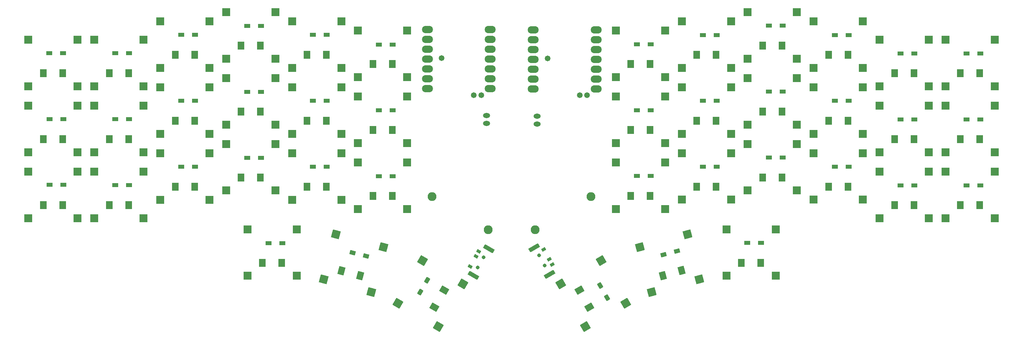
<source format=gbr>
%TF.GenerationSoftware,KiCad,Pcbnew,8.0.7*%
%TF.CreationDate,2025-01-03T21:23:36+01:00*%
%TF.ProjectId,_autosave-corne-xiao,5f617574-6f73-4617-9665-2d636f726e65,1.1*%
%TF.SameCoordinates,Original*%
%TF.FileFunction,Soldermask,Top*%
%TF.FilePolarity,Negative*%
%FSLAX46Y46*%
G04 Gerber Fmt 4.6, Leading zero omitted, Abs format (unit mm)*
G04 Created by KiCad (PCBNEW 8.0.7) date 2025-01-03 21:23:36*
%MOMM*%
%LPD*%
G01*
G04 APERTURE LIST*
G04 Aperture macros list*
%AMRoundRect*
0 Rectangle with rounded corners*
0 $1 Rounding radius*
0 $2 $3 $4 $5 $6 $7 $8 $9 X,Y pos of 4 corners*
0 Add a 4 corners polygon primitive as box body*
4,1,4,$2,$3,$4,$5,$6,$7,$8,$9,$2,$3,0*
0 Add four circle primitives for the rounded corners*
1,1,$1+$1,$2,$3*
1,1,$1+$1,$4,$5*
1,1,$1+$1,$6,$7*
1,1,$1+$1,$8,$9*
0 Add four rect primitives between the rounded corners*
20,1,$1+$1,$2,$3,$4,$5,0*
20,1,$1+$1,$4,$5,$6,$7,0*
20,1,$1+$1,$6,$7,$8,$9,0*
20,1,$1+$1,$8,$9,$2,$3,0*%
G04 Aperture macros list end*
%ADD10RoundRect,0.038000X0.700000X0.500000X-0.700000X0.500000X-0.700000X-0.500000X0.700000X-0.500000X0*%
%ADD11RoundRect,0.038000X0.805558X0.301790X-0.546739X0.664136X-0.805558X-0.301790X0.546739X-0.664136X0*%
%ADD12RoundRect,0.038000X-0.083013X0.856218X-0.783013X-0.356218X0.083013X-0.856218X0.783013X0.356218X0*%
%ADD13RoundRect,0.038000X-0.775000X-1.000000X0.775000X-1.000000X0.775000X1.000000X-0.775000X1.000000X0*%
%ADD14RoundRect,0.038000X-1.000000X-1.000000X1.000000X-1.000000X1.000000X1.000000X-1.000000X1.000000X0*%
%ADD15RoundRect,0.038000X-1.007412X-0.765341X0.489773X-1.166511X1.007412X0.765341X-0.489773X1.166511X0*%
%ADD16RoundRect,0.038000X-1.224745X-0.707107X0.707107X-1.224745X1.224745X0.707107X-0.707107X1.224745X0*%
%ADD17RoundRect,0.038000X0.478525X-1.171170X1.253525X0.171170X-0.478525X1.171170X-1.253525X-0.171170X0*%
%ADD18RoundRect,0.038000X0.366025X-1.366025X1.366025X0.366025X-0.366025X1.366025X-1.366025X-0.366025X0*%
%ADD19RoundRect,0.038000X-1.253525X0.171170X-0.478525X-1.171170X1.253525X-0.171170X0.478525X1.171170X0*%
%ADD20RoundRect,0.038000X-1.366025X0.366025X-0.366025X-1.366025X1.366025X-0.366025X0.366025X1.366025X0*%
%ADD21RoundRect,0.038000X-0.700000X-0.500000X0.700000X-0.500000X0.700000X0.500000X-0.700000X0.500000X0*%
%ADD22RoundRect,0.038000X-0.546739X-0.664136X0.805558X-0.301790X0.546739X0.664136X-0.805558X0.301790X0*%
%ADD23RoundRect,0.038000X-0.783013X0.356218X-0.083013X-0.856218X0.783013X-0.356218X0.083013X0.856218X0*%
%ADD24RoundRect,0.038000X-0.489773X-1.166511X1.007412X-0.765341X0.489773X1.166511X-1.007412X0.765341X0*%
%ADD25RoundRect,0.038000X-0.707107X-1.224745X1.224745X-0.707107X0.707107X1.224745X-1.224745X0.707107X0*%
%ADD26O,2.826000X1.876000*%
%ADD27C,1.473000*%
%ADD28C,0.976000*%
%ADD29RoundRect,0.038000X-0.258013X0.553109X-0.608013X-0.053109X0.258013X-0.553109X0.608013X0.053109X0*%
%ADD30RoundRect,0.038000X1.462436X-0.266987X-0.962436X1.133013X-1.462436X0.266987X0.962436X-1.133013X0*%
%ADD31C,2.276000*%
%ADD32O,1.826000X1.276000*%
%ADD33RoundRect,0.038000X0.608013X-0.053109X0.258013X0.553109X-0.608013X0.053109X-0.258013X-0.553109X0*%
%ADD34RoundRect,0.038000X-0.962436X-1.133013X1.462436X0.266987X0.962436X1.133013X-1.462436X-0.266987X0*%
G04 APERTURE END LIST*
D10*
%TO.C,D1*%
X-132839500Y57650000D03*
X-136389500Y57650000D03*
%TD*%
%TO.C,D2*%
X-115839500Y57650000D03*
X-119389500Y57650000D03*
%TD*%
%TO.C,D3*%
X-98839500Y62400000D03*
X-102389500Y62400000D03*
%TD*%
%TO.C,D4*%
X-81839500Y64649800D03*
X-85389500Y64649800D03*
%TD*%
%TO.C,D5*%
X-64839500Y62399100D03*
X-68389500Y62399100D03*
%TD*%
%TO.C,D6*%
X-47839500Y59899500D03*
X-51389500Y59899500D03*
%TD*%
%TO.C,D7*%
X-132777000Y40650000D03*
X-136327000Y40650000D03*
%TD*%
%TO.C,D8*%
X-115839500Y40650000D03*
X-119389500Y40650000D03*
%TD*%
%TO.C,D9*%
X-98839500Y45400000D03*
X-102389500Y45400000D03*
%TD*%
%TO.C,D10*%
X-81839500Y47650100D03*
X-85389500Y47650100D03*
%TD*%
%TO.C,D11*%
X-64839500Y45399500D03*
X-68389500Y45399500D03*
%TD*%
%TO.C,D12*%
X-47839500Y42899900D03*
X-51389500Y42899900D03*
%TD*%
%TO.C,D13*%
X-132777000Y23696900D03*
X-136327000Y23696900D03*
%TD*%
%TO.C,D14*%
X-115839500Y23650000D03*
X-119389500Y23650000D03*
%TD*%
%TO.C,D15*%
X-98839500Y28400000D03*
X-102389500Y28400000D03*
%TD*%
%TO.C,D16*%
X-81839500Y30650000D03*
X-85389500Y30650000D03*
%TD*%
%TO.C,D17*%
X-64839500Y28400000D03*
X-68389500Y28400000D03*
%TD*%
%TO.C,D18*%
X-47839500Y25900000D03*
X-51389500Y25900000D03*
%TD*%
%TO.C,D19*%
X-76339500Y8650000D03*
X-79889500Y8650000D03*
%TD*%
D11*
%TO.C,D20*%
X-54749982Y5290596D03*
X-58179018Y6209404D03*
%TD*%
D12*
%TO.C,D21*%
X-38977000Y-912805D03*
X-40752000Y-3987195D03*
%TD*%
D13*
%TO.C,SW2*%
X-120944600Y52450000D03*
X-115944600Y52450000D03*
D14*
X-124794600Y61100000D03*
X-124794600Y49100000D03*
X-112094600Y61100000D03*
X-112094600Y49100000D03*
%TD*%
D13*
%TO.C,SW3*%
X-103944600Y57200000D03*
X-98944600Y57200000D03*
D14*
X-107794600Y65850000D03*
X-107794600Y53850000D03*
X-95094600Y65850000D03*
X-95094600Y53850000D03*
%TD*%
D13*
%TO.C,SW4*%
X-86944600Y59574800D03*
X-81944600Y59574800D03*
D14*
X-90794600Y68224800D03*
X-90794600Y56224800D03*
X-78094600Y68224800D03*
X-78094600Y56224800D03*
%TD*%
D13*
%TO.C,SW5*%
X-69944600Y57199100D03*
X-64944600Y57199100D03*
D14*
X-73794600Y65849100D03*
X-73794600Y53849100D03*
X-61094600Y65849100D03*
X-61094600Y53849100D03*
%TD*%
D13*
%TO.C,SW7*%
X-137944600Y35450000D03*
X-132944600Y35450000D03*
D14*
X-141794600Y44100000D03*
X-141794600Y32100000D03*
X-129094600Y44100000D03*
X-129094600Y32100000D03*
%TD*%
D13*
%TO.C,SW8*%
X-120944600Y35450000D03*
X-115944600Y35450000D03*
D14*
X-124794600Y44100000D03*
X-124794600Y32100000D03*
X-112094600Y44100000D03*
X-112094600Y32100000D03*
%TD*%
D13*
%TO.C,SW9*%
X-103944600Y40200000D03*
X-98944600Y40200000D03*
D14*
X-107794600Y48850000D03*
X-107794600Y36850000D03*
X-95094600Y48850000D03*
X-95094600Y36850000D03*
%TD*%
D13*
%TO.C,SW10*%
X-86944600Y42575100D03*
X-81944600Y42575100D03*
D14*
X-90794600Y51225100D03*
X-90794600Y39225100D03*
X-78094600Y51225100D03*
X-78094600Y39225100D03*
%TD*%
D13*
%TO.C,SW11*%
X-69944600Y40199500D03*
X-64944600Y40199500D03*
D14*
X-73794600Y48849500D03*
X-73794600Y36849500D03*
X-61094600Y48849500D03*
X-61094600Y36849500D03*
%TD*%
D13*
%TO.C,SW12*%
X-52944600Y37824900D03*
X-47944600Y37824900D03*
D14*
X-56794600Y46474900D03*
X-56794600Y34474900D03*
X-44094600Y46474900D03*
X-44094600Y34474900D03*
%TD*%
D13*
%TO.C,SW13*%
X-137944600Y18450000D03*
X-132944600Y18450000D03*
D14*
X-141794600Y27100000D03*
X-141794600Y15100000D03*
X-129094600Y27100000D03*
X-129094600Y15100000D03*
%TD*%
D13*
%TO.C,SW14*%
X-120944600Y18450000D03*
X-115944600Y18450000D03*
D14*
X-124794600Y27100000D03*
X-124794600Y15100000D03*
X-112094600Y27100000D03*
X-112094600Y15100000D03*
%TD*%
D13*
%TO.C,SW15*%
X-103944600Y23200000D03*
X-98944600Y23200000D03*
D14*
X-107794600Y31850000D03*
X-107794600Y19850000D03*
X-95094600Y31850000D03*
X-95094600Y19850000D03*
%TD*%
D13*
%TO.C,SW16*%
X-86944600Y25575000D03*
X-81944600Y25575000D03*
D14*
X-90794600Y34225000D03*
X-90794600Y22225000D03*
X-78094600Y34225000D03*
X-78094600Y22225000D03*
%TD*%
D13*
%TO.C,SW17*%
X-69944600Y23200000D03*
X-64944600Y23200000D03*
D14*
X-73794600Y31850000D03*
X-73794600Y19850000D03*
X-61094600Y31850000D03*
X-61094600Y19850000D03*
%TD*%
D13*
%TO.C,SW18*%
X-52944600Y20825000D03*
X-47944600Y20825000D03*
D14*
X-56794600Y29475000D03*
X-56794600Y17475000D03*
X-44094600Y29475000D03*
X-44094600Y17475000D03*
%TD*%
D13*
%TO.C,SW19*%
X-81444600Y3575000D03*
X-76444600Y3575000D03*
D14*
X-85294600Y12225000D03*
X-85294600Y225000D03*
X-72594600Y12225000D03*
X-72594600Y225000D03*
%TD*%
D15*
%TO.C,SW20*%
X-61045285Y1562344D03*
X-56215656Y268249D03*
D16*
X-62525315Y10914056D03*
X-65631143Y-677054D03*
X-50258057Y7627054D03*
X-53363885Y-3964056D03*
%TD*%
D17*
%TO.C,SW21*%
X-37069533Y-7840064D03*
X-34569534Y-3509936D03*
D18*
X-46485652Y-6849261D03*
X-36093348Y-12849261D03*
X-40135652Y4149261D03*
X-29743348Y-1850739D03*
%TD*%
D19*
%TO.C,SW42*%
X340534Y-3509936D03*
X2840533Y-7840064D03*
D20*
X5906652Y4149261D03*
X-4485652Y-1850739D03*
X12256652Y-6849261D03*
X1864348Y-12849261D03*
%TD*%
D21*
%TO.C,D23*%
X83160500Y57550000D03*
X86710500Y57550000D03*
%TD*%
%TO.C,D24*%
X66160500Y62350000D03*
X69710500Y62350000D03*
%TD*%
%TO.C,D25*%
X49160500Y64750000D03*
X52710500Y64750000D03*
%TD*%
%TO.C,D27*%
X15160500Y59950000D03*
X18710500Y59950000D03*
%TD*%
%TO.C,D28*%
X100160500Y40550000D03*
X103710500Y40550000D03*
%TD*%
%TO.C,D29*%
X83160500Y40550000D03*
X86710500Y40550000D03*
%TD*%
%TO.C,D30*%
X66160500Y45350000D03*
X69710500Y45350000D03*
%TD*%
%TO.C,D31*%
X49160500Y47750000D03*
X52710500Y47750000D03*
%TD*%
%TO.C,D32*%
X32160500Y45350000D03*
X35710500Y45350000D03*
%TD*%
%TO.C,D33*%
X15160500Y42950000D03*
X18710500Y42950000D03*
%TD*%
%TO.C,D34*%
X100160500Y23550000D03*
X103710500Y23550000D03*
%TD*%
%TO.C,D35*%
X83160500Y23550000D03*
X86710500Y23550000D03*
%TD*%
%TO.C,D36*%
X66160500Y28350000D03*
X69710500Y28350000D03*
%TD*%
%TO.C,D37*%
X49160500Y30750000D03*
X52710500Y30750000D03*
%TD*%
%TO.C,D38*%
X32160500Y28350000D03*
X35710500Y28350000D03*
%TD*%
%TO.C,D39*%
X15160500Y25950000D03*
X18710500Y25950000D03*
%TD*%
%TO.C,D40*%
X43560500Y8750000D03*
X47110500Y8750000D03*
%TD*%
D22*
%TO.C,D41*%
X22020982Y5690596D03*
X25450018Y6609404D03*
%TD*%
D23*
%TO.C,D42*%
X5648000Y-2312805D03*
X7423000Y-5387195D03*
%TD*%
D21*
%TO.C,D22*%
X100160500Y57550000D03*
X103710500Y57550000D03*
%TD*%
D13*
%TO.C,SW37*%
X47562400Y25580000D03*
X52562400Y25580000D03*
D14*
X43712400Y34230000D03*
X43712400Y22230000D03*
X56412400Y34230000D03*
X56412400Y22230000D03*
%TD*%
D13*
%TO.C,SW38*%
X30562400Y23205000D03*
X35562400Y23205000D03*
D14*
X26712400Y31855000D03*
X26712400Y19855000D03*
X39412400Y31855000D03*
X39412400Y19855000D03*
%TD*%
D13*
%TO.C,SW39*%
X13562400Y20830000D03*
X18562400Y20830000D03*
D14*
X9712400Y29480000D03*
X9712400Y17480000D03*
X22412400Y29480000D03*
X22412400Y17480000D03*
%TD*%
D13*
%TO.C,SW40*%
X42062400Y3580000D03*
X47062400Y3580000D03*
D14*
X38212400Y12230000D03*
X38212400Y230000D03*
X50912400Y12230000D03*
X50912400Y230000D03*
%TD*%
D24*
%TO.C,SW41*%
X21833456Y273249D03*
X26663085Y1567344D03*
D25*
X15875857Y7632054D03*
X18981685Y-3959056D03*
X28143115Y10919056D03*
X31248943Y-672054D03*
%TD*%
D13*
%TO.C,SW25*%
X47562400Y59580000D03*
X52562400Y59580000D03*
D14*
X43712400Y68230000D03*
X43712400Y56230000D03*
X56412400Y68230000D03*
X56412400Y56230000D03*
%TD*%
D13*
%TO.C,SW26*%
X30562400Y57205000D03*
X35562400Y57205000D03*
D14*
X26712400Y65855000D03*
X26712400Y53855000D03*
X39412400Y65855000D03*
X39412400Y53855000D03*
%TD*%
D13*
%TO.C,SW28*%
X98562400Y35455000D03*
X103562400Y35455000D03*
D14*
X94712400Y44105000D03*
X94712400Y32105000D03*
X107412400Y44105000D03*
X107412400Y32105000D03*
%TD*%
D13*
%TO.C,SW24*%
X64562400Y57205000D03*
X69562400Y57205000D03*
D14*
X60712400Y65855000D03*
X60712400Y53855000D03*
X73412400Y65855000D03*
X73412400Y53855000D03*
%TD*%
D13*
%TO.C,SW29*%
X81562400Y35455000D03*
X86562400Y35455000D03*
D14*
X77712400Y44105000D03*
X77712400Y32105000D03*
X90412400Y44105000D03*
X90412400Y32105000D03*
%TD*%
D13*
%TO.C,SW35*%
X81562400Y18455000D03*
X86562400Y18455000D03*
D14*
X77712400Y27105000D03*
X77712400Y15105000D03*
X90412400Y27105000D03*
X90412400Y15105000D03*
%TD*%
D13*
%TO.C,SW36*%
X64562400Y23205000D03*
X69562400Y23205000D03*
D14*
X60712400Y31855000D03*
X60712400Y19855000D03*
X73412400Y31855000D03*
X73412400Y19855000D03*
%TD*%
D13*
%TO.C,SW22*%
X98562400Y52455000D03*
X103562400Y52455000D03*
D14*
X94712400Y61105000D03*
X94712400Y49105000D03*
X107412400Y61105000D03*
X107412400Y49105000D03*
%TD*%
D13*
%TO.C,SW23*%
X81562400Y52455000D03*
X86562400Y52455000D03*
D14*
X77712400Y61105000D03*
X77712400Y49105000D03*
X90412400Y61105000D03*
X90412400Y49105000D03*
%TD*%
D13*
%TO.C,SW30*%
X64562400Y40205000D03*
X69562400Y40205000D03*
D14*
X60712400Y48855000D03*
X60712400Y36855000D03*
X73412400Y48855000D03*
X73412400Y36855000D03*
%TD*%
D13*
%TO.C,SW31*%
X47562400Y42580000D03*
X52562400Y42580000D03*
D14*
X43712400Y51230000D03*
X43712400Y39230000D03*
X56412400Y51230000D03*
X56412400Y39230000D03*
%TD*%
D13*
%TO.C,SW32*%
X30562400Y40205000D03*
X35562400Y40205000D03*
D14*
X26712400Y48855000D03*
X26712400Y36855000D03*
X39412400Y48855000D03*
X39412400Y36855000D03*
%TD*%
D13*
%TO.C,SW33*%
X13562400Y37830000D03*
X18562400Y37830000D03*
D14*
X9712400Y46480000D03*
X9712400Y34480000D03*
X22412400Y46480000D03*
X22412400Y34480000D03*
%TD*%
D13*
%TO.C,SW34*%
X98562400Y18455000D03*
X103562400Y18455000D03*
D14*
X94712400Y27105000D03*
X94712400Y15105000D03*
X107412400Y27105000D03*
X107412400Y15105000D03*
%TD*%
D21*
%TO.C,D26*%
X32160500Y62350000D03*
X35710500Y62350000D03*
%TD*%
D13*
%TO.C,SW1*%
X-137944600Y52450000D03*
X-132944600Y52450000D03*
D14*
X-141794600Y61100000D03*
X-141794600Y49100000D03*
X-129094600Y61100000D03*
X-129094600Y49100000D03*
%TD*%
D13*
%TO.C,SW6*%
X-52944600Y54824500D03*
X-47944600Y54824500D03*
D14*
X-56794600Y63474500D03*
X-56794600Y51474500D03*
X-44094600Y63474500D03*
X-44094600Y51474500D03*
%TD*%
D13*
%TO.C,SW27*%
X13555400Y54825000D03*
X18555400Y54825000D03*
D14*
X9705400Y63475000D03*
X9705400Y51475000D03*
X22405400Y63475000D03*
X22405400Y51475000D03*
%TD*%
D26*
%TO.C,U1*%
X-38875200Y63723100D03*
X-38875200Y61183100D03*
X-38875200Y58643100D03*
X-38875200Y56103100D03*
X-38875200Y53563100D03*
X-38875200Y51023100D03*
X-38875200Y48483100D03*
X-22685200Y48483100D03*
X-22685200Y51023100D03*
X-22685200Y53563100D03*
X-22685200Y56103100D03*
X-22685200Y58643100D03*
X-22685200Y61183100D03*
X-22685200Y63723100D03*
D27*
X-35225200Y56420100D03*
X-26919400Y46857500D03*
X-25014400Y46857500D03*
%TD*%
D26*
%TO.C,U2*%
X-11580200Y63643100D03*
X-11580200Y61103100D03*
X-11580200Y58563100D03*
X-11580200Y56023100D03*
X-11580200Y53483100D03*
X-11580200Y50943100D03*
X-11580200Y48403100D03*
X4609800Y48403100D03*
X4609800Y50943100D03*
X4609800Y53483100D03*
X4609800Y56023100D03*
X4609800Y58563100D03*
X4609800Y61103100D03*
X4609800Y63643100D03*
D27*
X-7930200Y56340100D03*
X375600Y46777500D03*
X2280600Y46777500D03*
%TD*%
D28*
%TO.C,PSW1*%
X-24408634Y4971633D03*
X-25951936Y2398557D03*
D29*
X-27885781Y2649038D03*
X-26385781Y5247114D03*
X-25635781Y6546152D03*
D30*
X-27040333Y313397D03*
X-23065333Y7198299D03*
%TD*%
D31*
%TO.C,H7*%
X-23250600Y12105000D03*
%TD*%
%TO.C,H13*%
X3298400Y20616000D03*
%TD*%
D32*
%TO.C,B2*%
X-10604500Y39410000D03*
X-10604500Y41410000D03*
%TD*%
%TO.C,B1*%
X-23614500Y41550000D03*
X-23614500Y39550000D03*
%TD*%
D31*
%TO.C,H14*%
X-11133600Y12095000D03*
%TD*%
D28*
%TO.C,PSW2*%
X-8670366Y2878367D03*
X-10127064Y5501443D03*
D33*
X-8943219Y7050962D03*
X-7443219Y4452886D03*
X-6693219Y3153848D03*
D34*
X-11388667Y7486603D03*
X-7413667Y601701D03*
%TD*%
D31*
%TO.C,H6*%
X-37682600Y20626000D03*
%TD*%
M02*

</source>
